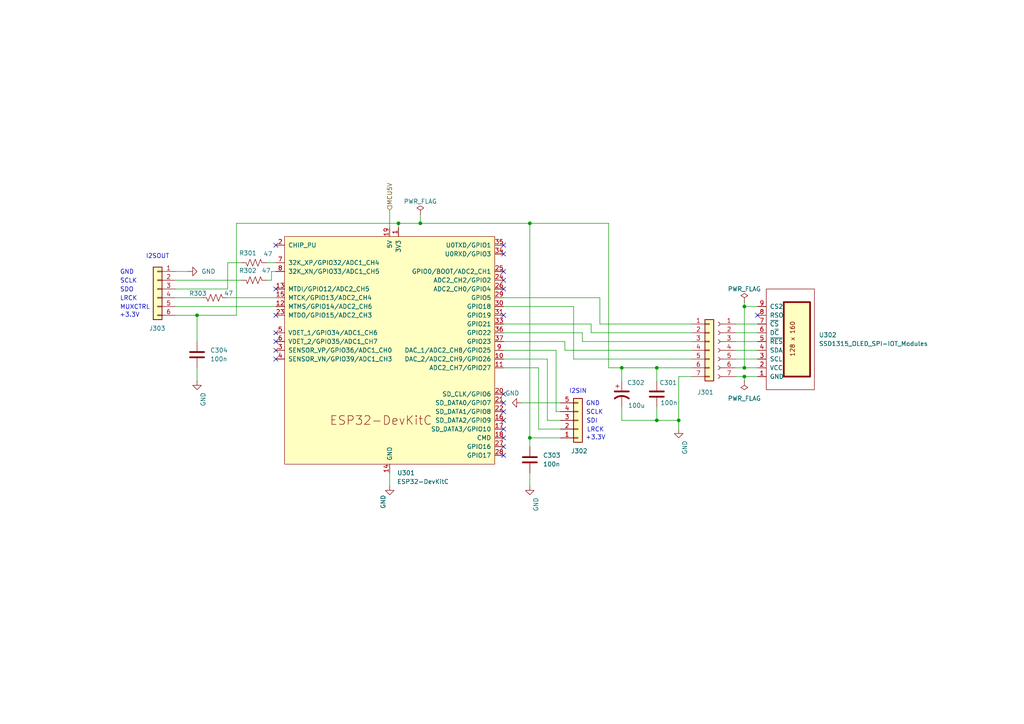
<source format=kicad_sch>
(kicad_sch (version 20250114) (generator "eeschema") (generator_version "9.0")
  (paper "A4")
  (lib_symbols
    (symbol "Connector:Conn_01x07_Socket" (pin_names (offset 1.016) (hide yes))
      (property "Reference" "J" (at 0 10.16 0))
      (property "Value" "Conn_01x07_Socket" (at 0 -10.16 0))
      (symbol "Conn_01x07_Socket_1_1"
        (polyline (pts (xy -1.27 7.62) (xy -0.508 7.62)) (stroke (width 0.1524)))
        (polyline (pts (xy -1.27 5.08) (xy -0.508 5.08)) (stroke (width 0.1524)))
        (polyline (pts (xy -1.27 2.54) (xy -0.508 2.54)) (stroke (width 0.1524)))
        (polyline (pts (xy -1.27 0) (xy -0.508 0)) (stroke (width 0.1524)))
        (polyline (pts (xy -1.27 -2.54) (xy -0.508 -2.54)) (stroke (width 0.1524)))
        (polyline (pts (xy -1.27 -5.08) (xy -0.508 -5.08)) (stroke (width 0.1524)))
        (polyline (pts (xy -1.27 -7.62) (xy -0.508 -7.62)) (stroke (width 0.1524)))
        (arc (start 0 7.112) (mid -0.5058 7.62) (end 0 8.128) (stroke (width 0.1524)))
        (arc (start 0 4.572) (mid -0.5058 5.08) (end 0 5.588) (stroke (width 0.1524)))
        (arc (start 0 2.032) (mid -0.5058 2.54) (end 0 3.048) (stroke (width 0.1524)))
        (arc (start 0 -0.508) (mid -0.5058 0) (end 0 0.508) (stroke (width 0.1524)))
        (arc (start 0 -3.048) (mid -0.5058 -2.54) (end 0 -2.032) (stroke (width 0.1524)))
        (arc (start 0 -5.588) (mid -0.5058 -5.08) (end 0 -4.572) (stroke (width 0.1524)))
        (arc (start 0 -8.128) (mid -0.5058 -7.62) (end 0 -7.112) (stroke (width 0.1524)))
        (pin passive line (at -5.08 7.62 0) (length 3.81) (name "Pin_1") (number "1"))
        (pin passive line (at -5.08 5.08 0) (length 3.81) (name "Pin_2") (number "2"))
        (pin passive line (at -5.08 2.54 0) (length 3.81) (name "Pin_3") (number "3"))
        (pin passive line (at -5.08 0 0) (length 3.81) (name "Pin_4") (number "4"))
        (pin passive line (at -5.08 -2.54 0) (length 3.81) (name "Pin_5") (number "5"))
        (pin passive line (at -5.08 -5.08 0) (length 3.81) (name "Pin_6") (number "6"))
        (pin passive line (at -5.08 -7.62 0) (length 3.81) (name "Pin_7") (number "7"))
      )
    )
    (symbol "Connector_Generic:Conn_01x05" (pin_names (offset 1.016) (hide yes))
      (property "Reference" "J" (at 0 7.62 0))
      (property "Value" "Conn_01x05" (at 0 -7.62 0))
      (symbol "Conn_01x05_1_1"
        (rectangle (start -1.27 6.35) (end 1.27 -6.35) (stroke (width 0.254)) (fill (type background)))
        (rectangle (start -1.27 5.207) (end 0 4.953) (stroke (width 0.1524)))
        (rectangle (start -1.27 2.667) (end 0 2.413) (stroke (width 0.1524)))
        (rectangle (start -1.27 0.127) (end 0 -0.127) (stroke (width 0.1524)))
        (rectangle (start -1.27 -2.413) (end 0 -2.667) (stroke (width 0.1524)))
        (rectangle (start -1.27 -4.953) (end 0 -5.207) (stroke (width 0.1524)))
        (pin passive line (at -5.08 5.08 0) (length 3.81) (name "Pin_1") (number "1"))
        (pin passive line (at -5.08 2.54 0) (length 3.81) (name "Pin_2") (number "2"))
        (pin passive line (at -5.08 0 0) (length 3.81) (name "Pin_3") (number "3"))
        (pin passive line (at -5.08 -2.54 0) (length 3.81) (name "Pin_4") (number "4"))
        (pin passive line (at -5.08 -5.08 0) (length 3.81) (name "Pin_5") (number "5"))
      )
    )
    (symbol "Connector_Generic:Conn_01x06" (pin_names (offset 1.016) (hide yes))
      (property "Reference" "J" (at 0 7.62 0))
      (property "Value" "Conn_01x06" (at 0 -10.16 0))
      (symbol "Conn_01x06_1_1"
        (rectangle (start -1.27 6.35) (end 1.27 -8.89) (stroke (width 0.254)) (fill (type background)))
        (rectangle (start -1.27 5.207) (end 0 4.953) (stroke (width 0.1524)))
        (rectangle (start -1.27 2.667) (end 0 2.413) (stroke (width 0.1524)))
        (rectangle (start -1.27 0.127) (end 0 -0.127) (stroke (width 0.1524)))
        (rectangle (start -1.27 -2.413) (end 0 -2.667) (stroke (width 0.1524)))
        (rectangle (start -1.27 -4.953) (end 0 -5.207) (stroke (width 0.1524)))
        (rectangle (start -1.27 -7.493) (end 0 -7.747) (stroke (width 0.1524)))
        (pin passive line (at -5.08 5.08 0) (length 3.81) (name "Pin_1") (number "1"))
        (pin passive line (at -5.08 2.54 0) (length 3.81) (name "Pin_2") (number "2"))
        (pin passive line (at -5.08 0 0) (length 3.81) (name "Pin_3") (number "3"))
        (pin passive line (at -5.08 -2.54 0) (length 3.81) (name "Pin_4") (number "4"))
        (pin passive line (at -5.08 -5.08 0) (length 3.81) (name "Pin_5") (number "5"))
        (pin passive line (at -5.08 -7.62 0) (length 3.81) (name "Pin_6") (number "6"))
      )
    )
    (symbol "Connector_Generic:Conn_01x07" (pin_names (offset 1.016) (hide yes))
      (property "Reference" "J" (at 0 10.16 0))
      (property "Value" "Conn_01x07" (at 0 -10.16 0))
      (symbol "Conn_01x07_1_1"
        (rectangle (start -1.27 8.89) (end 1.27 -8.89) (stroke (width 0.254)) (fill (type background)))
        (rectangle (start -1.27 7.747) (end 0 7.493) (stroke (width 0.1524)))
        (rectangle (start -1.27 5.207) (end 0 4.953) (stroke (width 0.1524)))
        (rectangle (start -1.27 2.667) (end 0 2.413) (stroke (width 0.1524)))
        (rectangle (start -1.27 0.127) (end 0 -0.127) (stroke (width 0.1524)))
        (rectangle (start -1.27 -2.413) (end 0 -2.667) (stroke (width 0.1524)))
        (rectangle (start -1.27 -4.953) (end 0 -5.207) (stroke (width 0.1524)))
        (rectangle (start -1.27 -7.493) (end 0 -7.747) (stroke (width 0.1524)))
        (pin passive line (at -5.08 7.62 0) (length 3.81) (name "Pin_1") (number "1"))
        (pin passive line (at -5.08 5.08 0) (length 3.81) (name "Pin_2") (number "2"))
        (pin passive line (at -5.08 2.54 0) (length 3.81) (name "Pin_3") (number "3"))
        (pin passive line (at -5.08 0 0) (length 3.81) (name "Pin_4") (number "4"))
        (pin passive line (at -5.08 -2.54 0) (length 3.81) (name "Pin_5") (number "5"))
        (pin passive line (at -5.08 -5.08 0) (length 3.81) (name "Pin_6") (number "6"))
        (pin passive line (at -5.08 -7.62 0) (length 3.81) (name "Pin_7") (number "7"))
      )
    )
    (symbol "Device:C" (pin_numbers (hide yes)) (pin_names (offset 0.254))
      (property "Reference" "C" (at 0.635 2.54 0))
      (property "Value" "C" (at 0.635 -2.54 0))
      (symbol "C_0_1"
        (polyline (pts (xy -2.032 0.762) (xy 2.032 0.762)) (stroke (width 0.508)))
        (polyline (pts (xy -2.032 -0.762) (xy 2.032 -0.762)) (stroke (width 0.508)))
      )
      (symbol "C_1_1"
        (pin passive line (at 0 3.81 270) (length 2.794) (name "~") (number "1"))
        (pin passive line (at 0 -3.81 90) (length 2.794) (name "~") (number "2"))
      )
    )
    (symbol "Device:C_Polarized_US" (pin_numbers (hide yes)) (pin_names (offset 0.254) (hide yes))
      (property "Reference" "C" (at 0.635 2.54 0))
      (property "Value" "C_Polarized_US" (at 0.635 -2.54 0))
      (symbol "C_Polarized_US_0_1"
        (polyline (pts (xy -2.032 0.762) (xy 2.032 0.762)) (stroke (width 0.508)))
        (polyline (pts (xy -1.778 2.286) (xy -0.762 2.286)))
        (polyline (pts (xy -1.27 1.778) (xy -1.27 2.794)))
        (arc (start -2.032 -1.27) (mid 0 -0.5572) (end 2.032 -1.27) (stroke (width 0.508)))
      )
      (symbol "C_Polarized_US_1_1"
        (pin passive line (at 0 3.81 270) (length 2.794) (name "~") (number "1"))
        (pin passive line (at 0 -3.81 90) (length 3.302) (name "~") (number "2"))
      )
    )
    (symbol "Device:R_US" (pin_numbers (hide yes)) (pin_names (offset 0))
      (property "Reference" "R" (at 2.54 0 90))
      (property "Value" "R_US" (at -2.54 0 90))
      (symbol "R_US_0_1"
        (polyline (pts (xy 0 2.286) (xy 0 2.54)))
        (polyline (pts (xy 0 2.286) (xy 1.016 1.905) (xy 0 1.524) (xy -1.016 1.143) (xy 0 0.762)))
        (polyline (pts (xy 0 0.762) (xy 1.016 0.381) (xy 0 0) (xy -1.016 -0.381) (xy 0 -0.762)))
        (polyline (pts (xy 0 -0.762) (xy 1.016 -1.143) (xy 0 -1.524) (xy -1.016 -1.905) (xy 0 -2.286)))
        (polyline (pts (xy 0 -2.286) (xy 0 -2.54)))
      )
      (symbol "R_US_1_1"
        (pin passive line (at 0 3.81 270) (length 1.27) (name "~") (number "1"))
        (pin passive line (at 0 -3.81 90) (length 1.27) (name "~") (number "2"))
      )
    )
    (symbol "Espressif:ESP32-DevKitC" (pin_names (offset 1.016))
      (property "Reference" "U" (at -30.48 38.1 0))
      (property "Value" "ESP32-DevKitC" (at -30.48 35.56 0))
      (symbol "ESP32-DevKitC_0_0"
        (text "ESP32-DevKitC" (at -2.54 -20.32 0) (effects (font (size 2.54 2.54))))
        (pin power_in line (at 0 35.56 270) (length 2.54) (name "5V") (number "19"))
        (pin power_in line (at 0 -35.56 90) (length 2.54) (name "GND") (number "14"))
      )
      (symbol "ESP32-DevKitC_0_1"
        (rectangle (start -30.48 33.02) (end 30.48 -33.02) (fill (type background)))
      )
      (symbol "ESP32-DevKitC_1_1"
        (pin input line (at -33.02 30.48 0) (length 2.54) (name "CHIP_PU") (number "2"))
        (pin bidirectional line (at -33.02 25.4 0) (length 2.54) (name "32K_XP/GPIO32/ADC1_CH4") (number "7"))
        (pin bidirectional line (at -33.02 22.86 0) (length 2.54) (name "32K_XN/GPIO33/ADC1_CH5") (number "8"))
        (pin bidirectional line (at -33.02 17.78 0) (length 2.54) (name "MTDI/GPIO12/ADC2_CH5") (number "13"))
        (pin bidirectional line (at -33.02 15.24 0) (length 2.54) (name "MTCK/GPIO13/ADC2_CH4") (number "15"))
        (pin bidirectional line (at -33.02 12.7 0) (length 2.54) (name "MTMS/GPIO14/ADC2_CH6") (number "12"))
        (pin bidirectional line (at -33.02 10.16 0) (length 2.54) (name "MTDO/GPIO15/ADC2_CH3") (number "23"))
        (pin input line (at -33.02 5.08 0) (length 2.54) (name "VDET_1/GPIO34/ADC1_CH6") (number "5"))
        (pin input line (at -33.02 2.54 0) (length 2.54) (name "VDET_2/GPIO35/ADC1_CH7") (number "6"))
        (pin input line (at -33.02 0 0) (length 2.54) (name "SENSOR_VP/GPIO36/ADC1_CH0") (number "3"))
        (pin input line (at -33.02 -2.54 0) (length 2.54) (name "SENSOR_VN/GPIO39/ADC1_CH3") (number "4"))
        (pin passive line (at 0 -35.56 90) (length 2.54) (hide yes) (name "GND") (number "32"))
        (pin passive line (at 0 -35.56 90) (length 2.54) (hide yes) (name "GND") (number "38"))
        (pin power_in line (at 2.54 35.56 270) (length 2.54) (name "3V3") (number "1"))
        (pin bidirectional line (at 33.02 30.48 180) (length 2.54) (name "U0TXD/GPIO1") (number "35"))
        (pin bidirectional line (at 33.02 27.94 180) (length 2.54) (name "U0RXD/GPIO3") (number "34"))
        (pin bidirectional line (at 33.02 22.86 180) (length 2.54) (name "GPIO0/BOOT/ADC2_CH1") (number "25"))
        (pin bidirectional line (at 33.02 20.32 180) (length 2.54) (name "ADC2_CH2/GPIO2") (number "24"))
        (pin bidirectional line (at 33.02 17.78 180) (length 2.54) (name "ADC2_CH0/GPIO4") (number "26"))
        (pin bidirectional line (at 33.02 15.24 180) (length 2.54) (name "GPIO5") (number "29"))
        (pin bidirectional line (at 33.02 12.7 180) (length 2.54) (name "GPIO18") (number "30"))
        (pin bidirectional line (at 33.02 10.16 180) (length 2.54) (name "GPIO19") (number "31"))
        (pin bidirectional line (at 33.02 7.62 180) (length 2.54) (name "GPIO21") (number "33"))
        (pin bidirectional line (at 33.02 5.08 180) (length 2.54) (name "GPIO22") (number "36"))
        (pin bidirectional line (at 33.02 2.54 180) (length 2.54) (name "GPIO23") (number "37"))
        (pin bidirectional line (at 33.02 0 180) (length 2.54) (name "DAC_1/ADC2_CH8/GPIO25") (number "9"))
        (pin bidirectional line (at 33.02 -2.54 180) (length 2.54) (name "DAC_2/ADC2_CH9/GPIO26") (number "10"))
        (pin bidirectional line (at 33.02 -5.08 180) (length 2.54) (name "ADC2_CH7/GPIO27") (number "11"))
        (pin bidirectional line (at 33.02 -12.7 180) (length 2.54) (name "SD_CLK/GPIO6") (number "20"))
        (pin bidirectional line (at 33.02 -15.24 180) (length 2.54) (name "SD_DATA0/GPIO7") (number "21"))
        (pin bidirectional line (at 33.02 -17.78 180) (length 2.54) (name "SD_DATA1/GPIO8") (number "22"))
        (pin bidirectional line (at 33.02 -20.32 180) (length 2.54) (name "SD_DATA2/GPIO9") (number "16"))
        (pin bidirectional line (at 33.02 -22.86 180) (length 2.54) (name "SD_DATA3/GPIO10") (number "17"))
        (pin bidirectional line (at 33.02 -25.4 180) (length 2.54) (name "CMD") (number "18"))
        (pin bidirectional line (at 33.02 -27.94 180) (length 2.54) (name "GPIO16") (number "27"))
        (pin bidirectional line (at 33.02 -30.48 180) (length 2.54) (name "GPIO17") (number "28"))
      )
    )
    (symbol "GND_1" (power) (pin_numbers (hide yes)) (pin_names (offset 0) (hide yes))
      (property "Value" "GND" (at 0 -3.81 0))
      (symbol "GND_1_0_1"
        (polyline (pts (xy 0 0) (xy 0 -1.27) (xy 1.27 -1.27) (xy 0 -2.54) (xy -1.27 -1.27) (xy 0 -1.27)))
      )
      (symbol "GND_1_1_1"
        (pin power_in line (at 0 0 270) (length 0) (name "~") (number "1"))
      )
    )
    (symbol "GND_6" (power) (pin_numbers (hide yes)) (pin_names (offset 0) (hide yes))
      (property "Value" "GND" (at 0 -3.81 0))
      (symbol "GND_6_0_1"
        (polyline (pts (xy 0 0) (xy 0 -1.27) (xy 1.27 -1.27) (xy 0 -2.54) (xy -1.27 -1.27) (xy 0 -1.27)))
      )
      (symbol "GND_6_1_1"
        (pin power_in line (at 0 0 270) (length 0) (name "~") (number "1"))
      )
    )
    (symbol "PWR_FLAG_2" (power) (pin_numbers (hide yes)) (pin_names (offset 0) (hide yes))
      (property "Value" "PWR_FLAG" (at 0 3.81 0))
      (symbol "PWR_FLAG_2_0_0"
        (pin power_out line (at 0 0 90) (length 0) (name "~") (number "1"))
      )
      (symbol "PWR_FLAG_2_0_1"
        (polyline (pts (xy 0 0) (xy 0 1.27) (xy -1.016 1.905) (xy 0 2.54) (xy 1.016 1.905) (xy 0 1.27)))
      )
    )
    (symbol "SSD1315_OLED_SPI:SSD1315_OLED_SPI-IOT_Modules" (pin_names (offset 1.016))
      (property "Reference" "U" (at 12.7 10.16 0))
      (property "Value" "SSD1315_OLED_SPI-IOT_Modules" (at -1.27 -7.62 0))
      (symbol "SSD1315_OLED_SPI-IOT_Modules_1_1"
        (polyline (pts (xy -15.24 8.89) (xy -15.24 -5.08) (xy 13.97 -5.08) (xy 13.97 8.89) (xy -15.24 8.89)))
        (polyline (pts (xy -11.43 3.81) (xy 10.16 3.81) (xy 10.16 -3.81) (xy -11.43 -3.81) (xy -11.43 3.81)) (stroke (width 0.508)) (fill (type background)))
        (text "128 x 160 " (at 0 1.27 0) (effects (font (size 1.27 1.27))))
        (pin power_in line (at -11.43 11.43 270) (length 2.54) (name "GND") (number "1"))
        (pin power_in line (at -8.89 11.43 270) (length 2.54) (name "VCC") (number "2"))
        (pin input line (at -6.35 11.43 270) (length 2.54) (name "SCL") (number "3"))
        (pin input line (at -3.81 11.43 270) (length 2.54) (name "SDA") (number "4"))
        (pin input line (at -1.27 11.43 270) (length 2.54) (name "~{RES}") (number "5"))
        (pin input line (at 1.27 11.43 270) (length 2.54) (name "D~{C}") (number "6"))
        (pin input line (at 3.81 11.43 270) (length 2.54) (name "~{CS}") (number "7"))
        (pin output line (at 6.35 11.43 270) (length 2.54) (name "RSO") (number "8"))
        (pin input line (at 8.89 11.43 270) (length 2.54) (name "CS2") (number "9"))
      )
    )
    (symbol "power:GND" (power) (pin_numbers (hide yes)) (pin_names (offset 0) (hide yes))
      (property "Value" "GND" (at 0 -3.81 0))
      (symbol "GND_0_1"
        (polyline (pts (xy 0 0) (xy 0 -1.27) (xy 1.27 -1.27) (xy 0 -2.54) (xy -1.27 -1.27) (xy 0 -1.27)))
      )
      (symbol "GND_1_1"
        (pin power_in line (at 0 0 270) (length 0) (name "~") (number "1"))
      )
    )
  )
  (bus_alias "SPI{MISO MOSI SCK DREQ XRST XCS XDCS}" (members "MISO" "MOSI" "SCK" "DREQ" "XRST" "XDCS"))
  (text "LRCK" (at 172.72 124.714 0) (effects (font (size 1.27 1.27))))
  (text "SDO" (at 34.798 84.836 0) (effects (font (size 1.27 1.27)) (justify left bottom)))
  (text "SCLK" (exclude_from_sim yes) (at 172.466 119.634 0) (effects (font (size 1.27 1.27))))
  (text "I2SIN\n" (at 167.64 113.538 0) (effects (font (size 1.27 1.27))))
  (text "LRCK" (at 34.798 87.376 0) (effects (font (size 1.27 1.27)) (justify left bottom)))
  (text "SDI" (at 171.704 122.174 0) (effects (font (size 1.27 1.27))))
  (text "I2SOUT\n" (at 45.72 74.422 0) (effects (font (size 1.27 1.27))))
  (text "SCLK" (at 34.798 82.296 0) (effects (font (size 1.27 1.27)) (justify left bottom)))
  (text "+3.3V" (exclude_from_sim yes) (at 172.72 127 0) (effects (font (size 1.27 1.27))))
  (text "MUXCTRL" (at 34.798 89.916 0) (effects (font (size 1.27 1.27)) (justify left bottom)))
  (text "GND" (exclude_from_sim yes) (at 36.83 78.994 0) (effects (font (size 1.27 1.27))))
  (text "GND" (exclude_from_sim yes) (at 171.958 117.094 0) (effects (font (size 1.27 1.27))))
  (text "+3.3V" (exclude_from_sim yes) (at 37.592 91.44 0) (effects (font (size 1.27 1.27))))
  (junction (at 57.15 91.44))
  (junction (at 196.85 121.92))
  (junction (at 180.34 106.68))
  (junction (at 190.5 121.92))
  (junction (at 215.9 88.9))
  (junction (at 153.67 64.77))
  (junction (at 115.57 64.77))
  (junction (at 121.92 64.77))
  (junction (at 153.67 127))
  (junction (at 215.9 109.22))
  (junction (at 190.5 106.68))
  (junction (at 215.9 106.68))
  (no_connect (at 146.05 73.66))
  (no_connect (at 80.01 91.44))
  (no_connect (at 80.01 83.82))
  (no_connect (at 146.05 116.84))
  (no_connect (at 146.05 78.74))
  (no_connect (at 80.01 101.6))
  (no_connect (at 146.05 91.44))
  (no_connect (at 146.05 127))
  (no_connect (at 146.05 83.82))
  (no_connect (at 80.01 96.52))
  (no_connect (at 146.05 121.92))
  (no_connect (at 80.01 71.12))
  (no_connect (at 146.05 132.08))
  (no_connect (at 80.01 99.06))
  (no_connect (at 146.05 114.3))
  (no_connect (at 219.71 91.44))
  (no_connect (at 146.05 124.46))
  (no_connect (at 146.05 71.12))
  (no_connect (at 146.05 119.38))
  (no_connect (at 146.05 129.54))
  (no_connect (at 146.05 81.28))
  (no_connect (at 80.01 104.14))
  (wire (pts (xy 161.29 119.38) (xy 162.56 119.38)))
  (wire (pts (xy 176.53 64.77) (xy 176.53 106.68)))
  (wire (pts (xy 68.58 91.44) (xy 68.58 64.77)))
  (wire (pts (xy 77.47 81.28) (xy 78.74 81.28)))
  (wire (pts (xy 215.9 106.68) (xy 219.71 106.68)))
  (wire (pts (xy 168.91 99.06) (xy 200.66 99.06)))
  (wire (pts (xy 156.21 124.46) (xy 156.21 106.68)))
  (wire (pts (xy 146.05 93.98) (xy 171.45 93.98)))
  (wire (pts (xy 163.83 101.6) (xy 200.66 101.6)))
  (wire (pts (xy 171.45 96.52) (xy 200.66 96.52)))
  (wire (pts (xy 68.58 64.77) (xy 115.57 64.77)))
  (wire (pts (xy 57.15 91.44) (xy 68.58 91.44)))
  (wire (pts (xy 57.15 91.44) (xy 57.15 99.06)))
  (wire (pts (xy 66.04 86.36) (xy 80.01 86.36)))
  (wire (pts (xy 190.5 106.68) (xy 200.66 106.68)))
  (wire (pts (xy 153.67 127) (xy 153.67 64.77)))
  (wire (pts (xy 153.67 137.16) (xy 153.67 140.97)))
  (wire (pts (xy 146.05 99.06) (xy 163.83 99.06)))
  (wire (pts (xy 215.9 88.9) (xy 219.71 88.9)))
  (wire (pts (xy 161.29 101.6) (xy 161.29 119.38)))
  (wire (pts (xy 190.5 118.11) (xy 190.5 121.92)))
  (wire (pts (xy 213.36 104.14) (xy 219.71 104.14)))
  (wire (pts (xy 121.92 64.77) (xy 153.67 64.77)))
  (wire (pts (xy 200.66 93.98) (xy 173.99 93.98)))
  (wire (pts (xy 213.36 106.68) (xy 215.9 106.68)))
  (wire (pts (xy 215.9 87.63) (xy 215.9 88.9)))
  (wire (pts (xy 77.47 76.2) (xy 80.01 76.2)))
  (wire (pts (xy 168.91 96.52) (xy 168.91 99.06)))
  (wire (pts (xy 215.9 109.22) (xy 215.9 110.49)))
  (wire (pts (xy 190.5 121.92) (xy 180.34 121.92)))
  (wire (pts (xy 146.05 104.14) (xy 158.75 104.14)))
  (wire (pts (xy 146.05 96.52) (xy 168.91 96.52)))
  (wire (pts (xy 180.34 110.49) (xy 180.34 106.68)))
  (wire (pts (xy 151.13 116.84) (xy 162.56 116.84)))
  (wire (pts (xy 50.8 81.28) (xy 69.85 81.28)))
  (wire (pts (xy 146.05 101.6) (xy 161.29 101.6)))
  (wire (pts (xy 146.05 88.9) (xy 166.37 88.9)))
  (wire (pts (xy 162.56 127) (xy 153.67 127)))
  (wire (pts (xy 158.75 121.92) (xy 162.56 121.92)))
  (wire (pts (xy 196.85 121.92) (xy 196.85 124.46)))
  (wire (pts (xy 162.56 124.46) (xy 156.21 124.46)))
  (wire (pts (xy 66.04 76.2) (xy 69.85 76.2)))
  (wire (pts (xy 173.99 86.36) (xy 146.05 86.36)))
  (wire (pts (xy 156.21 106.68) (xy 146.05 106.68)))
  (wire (pts (xy 78.74 81.28) (xy 78.74 78.74)))
  (wire (pts (xy 50.8 83.82) (xy 66.04 83.82)))
  (wire (pts (xy 158.75 104.14) (xy 158.75 121.92)))
  (wire (pts (xy 213.36 96.52) (xy 219.71 96.52)))
  (wire (pts (xy 113.03 137.16) (xy 113.03 140.97)))
  (wire (pts (xy 180.34 121.92) (xy 180.34 118.11)))
  (wire (pts (xy 115.57 64.77) (xy 121.92 64.77)))
  (wire (pts (xy 213.36 109.22) (xy 215.9 109.22)))
  (wire (pts (xy 50.8 86.36) (xy 58.42 86.36)))
  (wire (pts (xy 196.85 109.22) (xy 196.85 121.92)))
  (wire (pts (xy 113.03 60.96) (xy 113.03 66.04)))
  (wire (pts (xy 115.57 64.77) (xy 115.57 66.04)))
  (wire (pts (xy 213.36 93.98) (xy 219.71 93.98)))
  (wire (pts (xy 215.9 109.22) (xy 219.71 109.22)))
  (wire (pts (xy 171.45 93.98) (xy 171.45 96.52)))
  (wire (pts (xy 163.83 99.06) (xy 163.83 101.6)))
  (wire (pts (xy 57.15 106.68) (xy 57.15 110.49)))
  (wire (pts (xy 153.67 127) (xy 153.67 129.54)))
  (wire (pts (xy 176.53 106.68) (xy 180.34 106.68)))
  (wire (pts (xy 200.66 104.14) (xy 166.37 104.14)))
  (wire (pts (xy 50.8 91.44) (xy 57.15 91.44)))
  (wire (pts (xy 50.8 88.9) (xy 80.01 88.9)))
  (wire (pts (xy 121.92 62.23) (xy 121.92 64.77)))
  (wire (pts (xy 66.04 76.2) (xy 66.04 83.82)))
  (wire (pts (xy 213.36 101.6) (xy 219.71 101.6)))
  (wire (pts (xy 180.34 106.68) (xy 190.5 106.68)))
  (wire (pts (xy 166.37 88.9) (xy 166.37 104.14)))
  (wire (pts (xy 190.5 106.68) (xy 190.5 110.49)))
  (wire (pts (xy 215.9 106.68) (xy 215.9 88.9)))
  (wire (pts (xy 196.85 121.92) (xy 190.5 121.92)))
  (wire (pts (xy 78.74 78.74) (xy 80.01 78.74)))
  (wire (pts (xy 153.67 64.77) (xy 176.53 64.77)))
  (wire (pts (xy 213.36 99.06) (xy 219.71 99.06)))
  (wire (pts (xy 200.66 109.22) (xy 196.85 109.22)))
  (wire (pts (xy 173.99 93.98) (xy 173.99 86.36)))
  (wire (pts (xy 50.8 78.74) (xy 54.61 78.74)))
  (hierarchical_label "MCU5V" (shape input) (at 113.03 60.96 90))
  (symbol (lib_id "Connector:Conn_01x07_Socket") (at 208.28 101.6 0) (mirror y) (unit 1) (on_board no)
    (property "Reference" "J399" (effects (hide yes)))
    (property "Value" "Conn_01x07_Socket" (effects (hide yes)))
    (property "Description" "Generic connector, single row, 01x07, script generated" (effects (hide yes)))
  )
  (symbol (lib_id "Device:R_US") (at 62.23 86.36 270) (mirror x) (unit 1)
    (property "Reference" "R303" (at 57.404 85.09 90))
    (property "Value" "47" (at 66.294 85.09 90))
    (property "Footprint" "Resistor_SMD:R_0603_1608Metric" (effects (hide yes)))
    (property "LCSC" "C23182" (effects (hide yes)))
    (property "LCSC_E" "B" (effects (hide yes)))
  )
  (symbol (lib_name "GND_1") (lib_id "power:GND") (at 196.85 124.46 0) (mirror y) (unit 1)
    (property "Reference" "#PWR0301" (effects (hide yes)))
    (property "Value" "GND" (at 198.628 127.762 90) (effects (justify right)))
    (property "Description" "Power symbol creates a global label with name \"GND\" , ground" (effects (hide yes)))
  )
  (symbol (lib_id "Espressif:ESP32-DevKitC") (at 113.03 101.6 0) (unit 1)
    (property "Reference" "U301" (at 115.1733 137.16 0) (effects (justify left)))
    (property "Value" "ESP32-DevKitC" (at 115.1733 139.7 0) (effects (justify left)))
    (property "Footprint" "KiCad_modulesFP:ESP32-DevKitC" (effects (hide yes)))
    (property "Datasheet" "https://docs.espressif.com/projects/esp-idf/zh_CN/latest/esp32/hw-reference/esp32/get-started-devkitc.html" (effects (hide yes)))
    (property "Description" "Development Kit" (effects (hide yes)))
  )
  (symbol (lib_id "Device:C") (at 57.15 102.87 0) (unit 1)
    (property "Reference" "C304" (at 60.96 101.5999 0) (effects (justify left)))
    (property "Value" "100n" (at 60.96 104.1399 0) (effects (justify left)))
    (property "Footprint" "Capacitor_SMD:C_0603_1608Metric" (effects (hide yes)))
    (property "LCSC" "C14663" (effects (hide yes)))
    (property "LCSC_E" "B" (effects (hide yes)))
  )
  (symbol (lib_id "Device:C_Polarized_US") (at 180.34 114.3 0) (unit 1)
    (property "Reference" "C302" (at 181.864 110.998 0) (effects (justify left)))
    (property "Value" "100u" (at 182.118 117.602 0) (effects (justify left)))
    (property "Footprint" "Capacitor_THT:CP_Radial_D8.0mm_P5.00mm" (effects (hide yes)))
    (property "Description" "Polarized capacitor, US symbol" (effects (hide yes)))
  )
  (symbol (lib_name "GND_6") (lib_id "power:GND") (at 151.13 116.84 270) (mirror x) (unit 1)
    (property "Reference" "#PWR0316" (effects (hide yes)))
    (property "Value" "GND" (at 148.59 114.046 90))
    (property "Description" "Power symbol creates a global label with name \"GND\" , ground" (effects (hide yes)))
  )
  (symbol (lib_id "Device:R_US") (at 73.66 76.2 270) (mirror x) (unit 1)
    (property "Reference" "R301" (at 71.882 73.406 90))
    (property "Value" "47" (at 77.724 73.66 90))
    (property "Footprint" "Resistor_SMD:R_0603_1608Metric" (effects (hide yes)))
    (property "LCSC" "C23182" (effects (hide yes)))
    (property "LCSC_E" "B" (effects (hide yes)))
  )
  (symbol (lib_name "PWR_FLAG_2") (lib_id "power:PWR_FLAG") (at 121.92 62.23 0) (unit 1)
    (property "Reference" "#FLG0301" (effects (hide yes)))
    (property "Value" "PWR_FLAG" (at 121.92 58.42 0))
    (property "Description" "Special symbol for telling ERC where power comes from" (effects (hide yes)))
  )
  (symbol (lib_name "GND_1") (lib_id "power:GND") (at 153.67 140.97 0) (mirror y) (unit 1)
    (property "Reference" "#PWR0303" (effects (hide yes)))
    (property "Value" "GND" (at 155.448 144.272 90) (effects (justify right)))
    (property "Description" "Power symbol creates a global label with name \"GND\" , ground" (effects (hide yes)))
  )
  (symbol (lib_id "Connector_Generic:Conn_01x05") (at 167.64 121.92 0) (mirror x) (unit 1)
    (property "Reference" "J302" (at 165.608 130.81 0) (effects (justify left)))
    (property "Value" "Conn_01x05" (effects (hide yes)))
    (property "Footprint" "Connector_Molex:Molex_PicoBlade_53048-0510_1x05_P1.25mm_Horizontal" (effects (hide yes)))
    (property "Description" "Generic connector, single row, 01x05, script generated (kicad-library-utils/schlib/autogen/connector/)" (effects (hide yes)))
  )
  (symbol (lib_id "Device:C") (at 153.67 133.35 0) (unit 1)
    (property "Reference" "C303" (at 157.48 132.0799 0) (effects (justify left)))
    (property "Value" "100n" (at 157.48 134.6199 0) (effects (justify left)))
    (property "Footprint" "Capacitor_SMD:C_0603_1608Metric" (effects (hide yes)))
    (property "LCSC" "C14663" (effects (hide yes)))
    (property "LCSC_E" "B" (effects (hide yes)))
  )
  (symbol (lib_name "GND_1") (lib_id "power:GND") (at 57.15 110.49 0) (mirror y) (unit 1)
    (property "Reference" "#PWR0304" (effects (hide yes)))
    (property "Value" "GND" (at 58.928 113.792 90) (effects (justify right)))
    (property "Description" "Power symbol creates a global label with name \"GND\" , ground" (effects (hide yes)))
  )
  (symbol (lib_id "Device:C") (at 190.5 114.3 0) (unit 1)
    (property "Reference" "C301" (at 191.262 110.998 0) (effects (justify left)))
    (property "Value" "100n" (at 191.516 116.84 0) (effects (justify left)))
    (property "Footprint" "Capacitor_SMD:C_0603_1608Metric" (effects (hide yes)))
    (property "LCSC" "C14663" (effects (hide yes)))
    (property "LCSC_E" "B" (effects (hide yes)))
  )
  (symbol (lib_name "PWR_FLAG_2") (lib_id "power:PWR_FLAG") (at 215.9 87.63 0) (unit 1)
    (property "Reference" "#FLG0302" (effects (hide yes)))
    (property "Value" "PWR_FLAG" (at 215.9 83.82 0))
    (property "Description" "Special symbol for telling ERC where power comes from" (effects (hide yes)))
  )
  (symbol (lib_name "GND_1") (lib_id "power:GND") (at 113.03 140.97 0) (mirror y) (unit 1)
    (property "Reference" "#PWR0302" (effects (hide yes)))
    (property "Value" "GND" (at 111.125 143.51 90) (effects (justify right)))
    (property "Description" "Power symbol creates a global label with name \"GND\" , ground" (effects (hide yes)))
  )
  (symbol (lib_id "SSD1315_OLED_SPI:SSD1315_OLED_SPI-IOT_Modules") (at 231.14 97.79 90) (unit 1) (in_bom no) (on_board no)
    (property "Reference" "U302" (at 237.49 97.1549 90) (effects (justify right)))
    (property "Value" "SSD1315_OLED_SPI-IOT_Modules" (at 237.49 99.6949 90) (effects (justify right)))
    (property "Description" "OLED with SPI interface and a SSD1315 controller" (effects (hide yes)))
  )
  (symbol (lib_id "power:GND") (at 54.61 78.74 90) (unit 1)
    (property "Reference" "#PWR0504" (effects (hide yes)))
    (property "Value" "GND" (at 58.42 78.7399 90) (effects (justify right)))
    (property "Description" "Power symbol creates a global label with name \"GND\" , ground" (effects (hide yes)))
  )
  (symbol (lib_id "Connector_Generic:Conn_01x07") (at 205.74 101.6 0) (unit 1)
    (property "Reference" "J301" (at 202.184 113.792 0) (effects (justify left)))
    (property "Value" "Conn_01x07" (effects (hide yes)))
    (property "Footprint" "Connector_Molex:Molex_PicoBlade_53048-0710_1x07_P1.25mm_Horizontal" (effects (hide yes)))
    (property "Description" "Generic connector, single row, 01x07, script generated (kicad-library-utils/schlib/autogen/connector/)" (effects (hide yes)))
  )
  (symbol (lib_id "Connector_Generic:Conn_01x06") (at 45.72 83.82 0) (mirror y) (unit 1)
    (property "Reference" "J303" (at 48.006 95.25 0) (effects (justify left)))
    (property "Value" "Conn_01x06" (effects (hide yes)))
    (property "Footprint" "Connector_Molex:Molex_PicoBlade_53048-0610_1x06_P1.25mm_Horizontal" (effects (hide yes)))
    (property "Description" "Generic connector, single row, 01x06, script generated (kicad-library-utils/schlib/autogen/connector/)" (effects (hide yes)))
  )
  (symbol (lib_id "Device:R_US") (at 73.66 81.28 270) (mirror x) (unit 1)
    (property "Reference" "R302" (at 71.882 78.486 90))
    (property "Value" "47" (at 77.216 78.486 90))
    (property "Footprint" "Resistor_SMD:R_0603_1608Metric" (effects (hide yes)))
    (property "LCSC" "C23182" (effects (hide yes)))
    (property "LCSC_E" "B" (effects (hide yes)))
  )
  (symbol (lib_name "PWR_FLAG_2") (lib_id "power:PWR_FLAG") (at 215.9 110.49 180) (unit 1)
    (property "Reference" "#FLG0303" (effects (hide yes)))
    (property "Value" "PWR_FLAG" (at 215.9 115.57 0))
    (property "Description" "Special symbol for telling ERC where power comes from" (effects (hide yes)))
  )
)
</source>
